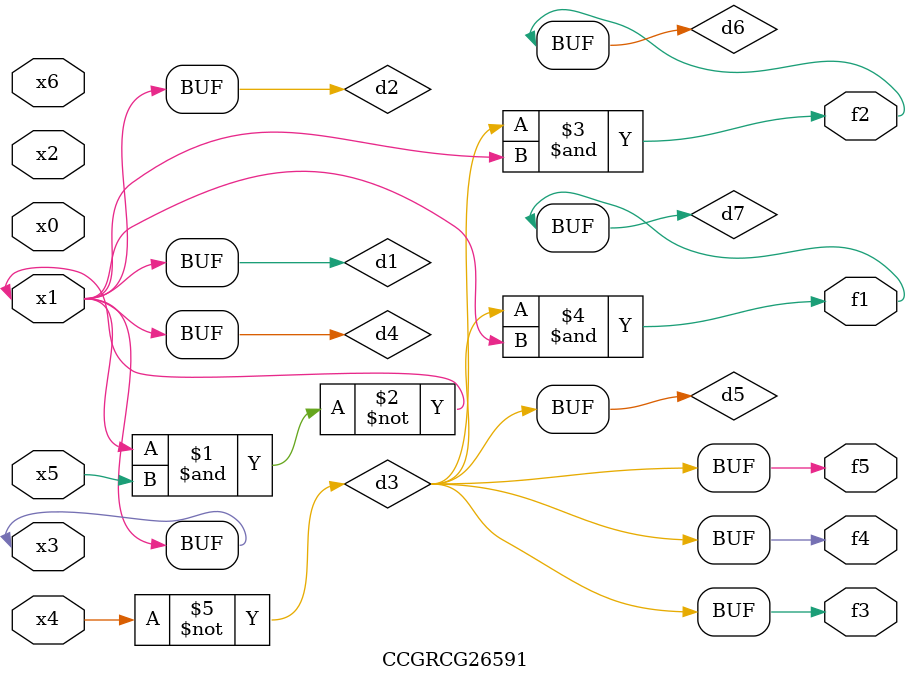
<source format=v>
module CCGRCG26591(
	input x0, x1, x2, x3, x4, x5, x6,
	output f1, f2, f3, f4, f5
);

	wire d1, d2, d3, d4, d5, d6, d7;

	buf (d1, x1, x3);
	nand (d2, x1, x5);
	not (d3, x4);
	buf (d4, d1, d2);
	buf (d5, d3);
	and (d6, d3, d4);
	and (d7, d3, d4);
	assign f1 = d7;
	assign f2 = d6;
	assign f3 = d5;
	assign f4 = d5;
	assign f5 = d5;
endmodule

</source>
